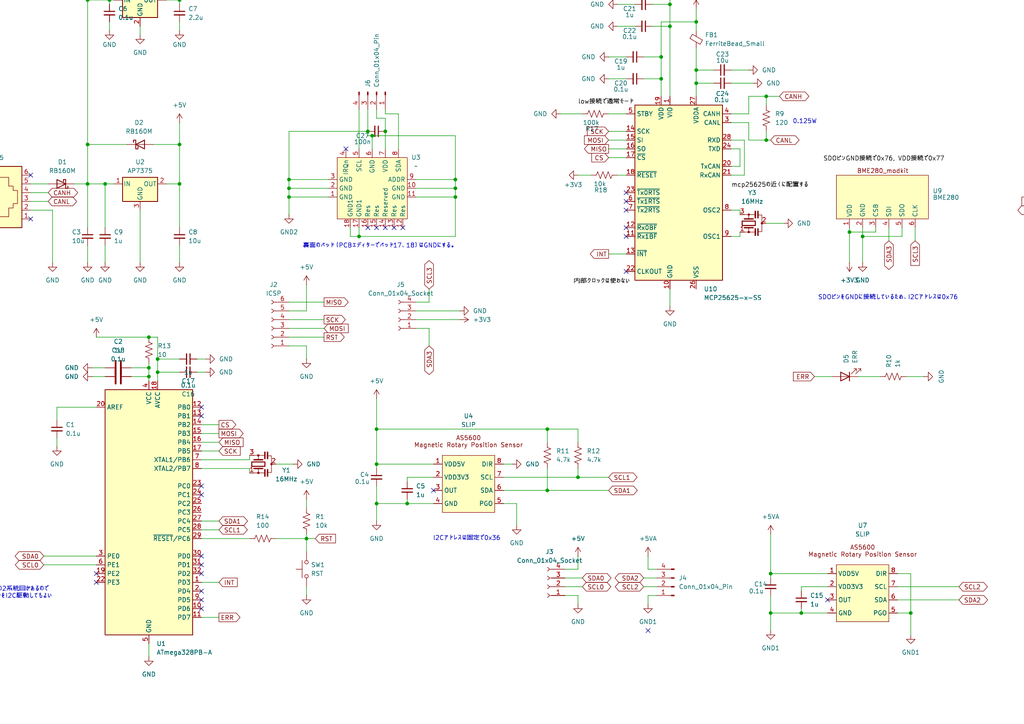
<source format=kicad_sch>
(kicad_sch (version 20250114) (generator "eeschema") (generator_version "9.0")
  (paper "A4")
  (lib_symbols
    (symbol "Connector:Conn_01x04_Pin" (pin_names (offset 1.016) (hide yes))
      (property "Reference" "J" (at 0 5.08 0))
      (property "Value" "Conn_01x04_Pin" (at 0 -7.62 0))
      (symbol "Conn_01x04_Pin_1_1"
        (pin passive line (at 5.08 2.54 180) (length 3.81) (name "Pin_1") (number "1"))
        (pin passive line (at 5.08 0 180) (length 3.81) (name "Pin_2") (number "2"))
        (pin passive line (at 5.08 -2.54 180) (length 3.81) (name "Pin_3") (number "3"))
        (pin passive line (at 5.08 -5.08 180) (length 3.81) (name "Pin_4") (number "4"))
      )
    )
    (symbol "Connector:Conn_01x04_Socket" (pin_names (offset 1.016) (hide yes))
      (property "Reference" "J" (at 0 5.08 0))
      (property "Value" "Conn_01x04_Socket" (at 0 -7.62 0))
      (symbol "Conn_01x04_Socket_1_1"
        (pin passive line (at -5.08 2.54 0) (length 3.81) (name "Pin_1") (number "1"))
        (pin passive line (at -5.08 0 0) (length 3.81) (name "Pin_2") (number "2"))
        (pin passive line (at -5.08 -2.54 0) (length 3.81) (name "Pin_3") (number "3"))
        (pin passive line (at -5.08 -5.08 0) (length 3.81) (name "Pin_4") (number "4"))
      )
    )
    (symbol "Connector:Conn_01x06_Socket" (pin_names (offset 1.016) (hide yes))
      (property "Reference" "J" (at 0 7.62 0))
      (property "Value" "Conn_01x06_Socket" (at 0 -10.16 0))
      (symbol "Conn_01x06_Socket_1_1"
        (pin passive line (at -5.08 5.08 0) (length 3.81) (name "Pin_1") (number "1"))
        (pin passive line (at -5.08 2.54 0) (length 3.81) (name "Pin_2") (number "2"))
        (pin passive line (at -5.08 0 0) (length 3.81) (name "Pin_3") (number "3"))
        (pin passive line (at -5.08 -2.54 0) (length 3.81) (name "Pin_4") (number "4"))
        (pin passive line (at -5.08 -5.08 0) (length 3.81) (name "Pin_5") (number "5"))
        (pin passive line (at -5.08 -7.62 0) (length 3.81) (name "Pin_6") (number "6"))
      )
    )
    (symbol "Connector:RJ25" (pin_names (offset 1.016))
      (property "Reference" "J" (at -5.08 11.43 0))
      (property "Value" "RJ25" (at 2.54 11.43 0))
      (symbol "RJ25_1_1"
        (pin passive line (at 10.16 7.62 180) (length 2.54) (name "~") (number "6"))
        (pin passive line (at 10.16 5.08 180) (length 2.54) (name "~") (number "5"))
        (pin passive line (at 10.16 2.54 180) (length 2.54) (name "~") (number "4"))
        (pin passive line (at 10.16 0 180) (length 2.54) (name "~") (number "3"))
        (pin passive line (at 10.16 -2.54 180) (length 2.54) (name "~") (number "2"))
        (pin passive line (at 10.16 -5.08 180) (length 2.54) (name "~") (number "1"))
      )
    )
    (symbol "Device:C" (pin_numbers (hide yes)) (pin_names (offset 0.254))
      (property "Reference" "C" (at 0.635 2.54 0))
      (property "Value" "C" (at 0.635 -2.54 0))
      (symbol "C_1_1"
        (pin passive line (at 0 3.81 270) (length 2.794) (name "~") (number "1"))
        (pin passive line (at 0 -3.81 90) (length 2.794) (name "~") (number "2"))
      )
    )
    (symbol "Device:C_Small" (pin_numbers (hide yes)) (pin_names (offset 0.254) (hide yes))
      (property "Reference" "C" (at 0.254 1.778 0))
      (property "Value" "C_Small" (at 0.254 -2.032 0))
      (symbol "C_Small_1_1"
        (pin passive line (at 0 2.54 270) (length 2.032) (name "~") (number "1"))
        (pin passive line (at 0 -2.54 90) (length 2.032) (name "~") (number "2"))
      )
    )
    (symbol "Device:D_Schottky" (pin_numbers (hide yes)) (pin_names (offset 1.016) (hide yes))
      (property "Reference" "D" (at 0 2.54 0))
      (property "Value" "D_Schottky" (at 0 -2.54 0))
      (symbol "D_Schottky_1_1"
        (pin passive line (at -3.81 0 0) (length 2.54) (name "K") (number "1"))
        (pin passive line (at 3.81 0 180) (length 2.54) (name "A") (number "2"))
      )
    )
    (symbol "Device:FerriteBead_Small" (pin_numbers (hide yes)) (pin_names (offset 0))
      (property "Reference" "FB" (at 1.905 1.27 0))
      (property "Value" "FerriteBead_Small" (at 1.905 -1.27 0))
      (symbol "FerriteBead_Small_1_1"
        (pin passive line (at 0 2.54 270) (length 1.27) (name "~") (number "1"))
        (pin passive line (at 0 -2.54 90) (length 1.27) (name "~") (number "2"))
      )
    )
    (symbol "Device:LED" (pin_numbers (hide yes)) (pin_names (offset 1.016) (hide yes))
      (property "Reference" "D" (at 0 2.54 0))
      (property "Value" "LED" (at 0 -2.54 0))
      (symbol "LED_1_1"
        (pin passive line (at -3.81 0 0) (length 2.54) (name "K") (number "1"))
        (pin passive line (at 3.81 0 180) (length 2.54) (name "A") (number "2"))
      )
    )
    (symbol "Device:R_US" (pin_numbers (hide yes)) (pin_names (offset 0))
      (property "Reference" "R" (at 2.54 0 90))
      (property "Value" "R_US" (at -2.54 0 90))
      (symbol "R_US_1_1"
        (pin passive line (at 0 3.81 270) (length 1.27) (name "~") (number "1"))
        (pin passive line (at 0 -3.81 90) (length 1.27) (name "~") (number "2"))
      )
    )
    (symbol "Device:Resonator_Small" (pin_names (offset 1.016) (hide yes))
      (property "Reference" "Y" (at 3.175 1.905 0))
      (property "Value" "Resonator_Small" (at 3.175 0 0))
      (symbol "Resonator_Small_1_1"
        (pin passive line (at -2.54 2.54 270) (length 1.27) (name "1") (number "1"))
        (pin passive line (at 0 -5.08 90) (length 1.27) (name "2") (number "2"))
        (pin passive line (at 2.54 2.54 270) (length 1.27) (name "3") (number "3"))
      )
    )
    (symbol "Interface_CAN_LIN:MCP25625-x-SS"
      (property "Reference" "U" (at -11.43 26.67 0))
      (property "Value" "MCP25625-x-SS" (at 15.24 26.67 0))
      (symbol "MCP25625-x-SS_1_1"
        (pin input line (at -15.24 22.86 0) (length 2.54) (name "STBY") (number "5"))
        (pin input line (at -15.24 17.78 0) (length 2.54) (name "SCK") (number "14"))
        (pin input line (at -15.24 15.24 0) (length 2.54) (name "SI") (number "15"))
        (pin output line (at -15.24 12.7 0) (length 2.54) (name "SO") (number "16"))
        (pin input line (at -15.24 10.16 0) (length 2.54) (name "~{CS}") (number "17"))
        (pin input line (at -15.24 5.08 0) (length 2.54) (name "~{RESET}") (number "18"))
        (pin input line (at -15.24 0 0) (length 2.54) (name "~{Tx0RTS}") (number "23"))
        (pin input line (at -15.24 -2.54 0) (length 2.54) (name "~{Tx1RTS}") (number "6"))
        (pin input line (at -15.24 -5.08 0) (length 2.54) (name "~{Tx2RTS}") (number "7"))
        (pin output line (at -15.24 -10.16 0) (length 2.54) (name "~{Rx0BF}") (number "12"))
        (pin output line (at -15.24 -12.7 0) (length 2.54) (name "~{Rx1BF}") (number "11"))
        (pin output line (at -15.24 -17.78 0) (length 2.54) (name "~{INT}") (number "13"))
        (pin output line (at -15.24 -22.86 0) (length 2.54) (name "CLKOUT") (number "22"))
        (pin power_in line (at -5.08 27.94 270) (length 2.54) (name "VDD") (number "19"))
        (pin power_in line (at -2.54 27.94 270) (length 2.54) (name "VIO") (number "1"))
        (pin power_in line (at -2.54 -27.94 90) (length 2.54) (name "GND") (number "10"))
        (pin power_in line (at 5.08 27.94 270) (length 2.54) (name "VDDA") (number "27"))
        (pin power_in line (at 5.08 -27.94 90) (length 2.54) (name "VSS") (number "26"))
        (pin no_connect line (at 12.7 -15.24 180) (length 2.54) (hide yes) (name "NC") (number "2"))
        (pin no_connect line (at 12.7 -17.78 180) (length 2.54) (hide yes) (name "NC") (number "25"))
        (pin bidirectional line (at 15.24 22.86 180) (length 2.54) (name "CANH") (number "4"))
        (pin bidirectional line (at 15.24 20.32 180) (length 2.54) (name "CANL") (number "3"))
        (pin output line (at 15.24 15.24 180) (length 2.54) (name "RXD") (number "28"))
        (pin input line (at 15.24 12.7 180) (length 2.54) (name "TXD") (number "24"))
        (pin output line (at 15.24 7.62 180) (length 2.54) (name "TxCAN") (number "20"))
        (pin input line (at 15.24 5.08 180) (length 2.54) (name "RxCAN") (number "21"))
        (pin output line (at 15.24 -5.08 180) (length 2.54) (name "OSC2") (number "8"))
        (pin input line (at 15.24 -12.7 180) (length 2.54) (name "OSC1") (number "9"))
      )
    )
    (symbol "KUBTSS:FXMA2102"
      (property "Reference" "U11" (at 2.1941 -22.86 0))
      (property "Value" "~" (at 2.1941 -24.13 0))
      (symbol "FXMA2102_1_1"
        (pin input line (at -7.62 -10.16 0) (length 2.54) (name "A0") (number "2"))
        (pin input line (at -7.62 -12.7 0) (length 2.54) (name "A1") (number "3"))
        (pin input line (at -7.62 -17.78 0) (length 2.54) (name "OE") (number "５"))
        (pin input line (at -2.54 0 270) (length 2.54) (name "VCCA") (number "1"))
        (pin input line (at 0 -22.86 90) (length 2.54) (name "GND") (number "4"))
        (pin input line (at 2.54 0 270) (length 2.54) (name "VCCB") (number "8"))
        (pin input line (at 7.62 -10.16 180) (length 2.54) (name "B0") (number "6"))
        (pin input line (at 7.62 -12.7 180) (length 2.54) (name "B1") (number "7"))
      )
    )
    (symbol "KUBTSS:SDP32"
      (property "Reference" "U" (at 0 14.986 0))
      (symbol "SDP32_1_1"
        (pin input line (at -12.7 1.27 0) (length 2.54) (name "GND") (number "3"))
        (pin input line (at -12.7 -1.27 0) (length 2.54) (name "GND") (number "2"))
        (pin input line (at -12.7 -3.81 0) (length 2.54) (name "GND") (number "1"))
        (pin input line (at -7.62 10.16 270) (length 2.54) (name "IRQn") (number "4"))
        (pin input line (at -6.35 -12.7 90) (length 2.54) (name "GND1") (number "18"))
        (pin input line (at -3.81 10.16 270) (length 2.54) (name "SCL") (number "5"))
        (pin input line (at -3.81 -12.7 90) (length 2.54) (name "GND1") (number "17"))
        (pin input line (at -1.27 -12.7 90) (length 2.54) (name "Res") (number "16"))
        (pin input line (at 0 10.16 270) (length 2.54) (name "GND") (number "6"))
        (pin input line (at 1.27 -12.7 90) (length 2.54) (name "Res") (number "15"))
        (pin input line (at 3.81 10.16 270) (length 2.54) (name "VDD") (number "7"))
        (pin input line (at 3.81 -12.7 90) (length 2.54) (name "Reserved") (number "14"))
        (pin input line (at 6.35 -12.7 90) (length 2.54) (name "Res") (number "13"))
        (pin input line (at 7.62 10.16 270) (length 2.54) (name "SDA") (number "8"))
        (pin input line (at 8.89 -12.7 90) (length 2.54) (name "Res") (number "12"))
        (pin input line (at 12.7 1.27 180) (length 2.54) (name "ADDR") (number "9"))
        (pin input line (at 12.7 -1.27 180) (length 2.54) (name "GND") (number "10"))
        (pin input line (at 12.7 -3.81 180) (length 2.54) (name "GND") (number "11"))
      )
    )
    (symbol "KUBTSS_parts:AS5600"
      (property "Reference" "U" (at 0 13.716 0))
      (symbol "AS5600_1_1"
        (text "AS5600\nMagnetic Rotary Position Sensor" (at 0 10.414 0) (effects (font (size 1.27 1.27))))
        (pin input line (at -10.16 3.81 0) (length 2.54) (name "VDD5V") (number "1"))
        (pin input line (at -10.16 0 0) (length 2.54) (name "VDD3V3") (number "2"))
        (pin input line (at -10.16 -3.81 0) (length 2.54) (name "OUT") (number "3"))
        (pin input line (at -10.16 -7.62 0) (length 2.54) (name "GND") (number "4"))
        (pin input line (at 10.16 3.81 180) (length 2.54) (name "DIR") (number "8"))
        (pin input line (at 10.16 0 180) (length 2.54) (name "SCL") (number "7"))
        (pin input line (at 10.16 -3.81 180) (length 2.54) (name "SDA") (number "6"))
        (pin input line (at 10.16 -7.62 180) (length 2.54) (name "PGO") (number "5"))
      )
    )
    (symbol "KUBTSS_parts:Temp_AE-BME280"
      (property "Reference" "U" (at 0 12.192 0))
      (symbol "Temp_AE-BME280_1_1"
        (text "BME280_modkit" (at -0.508 10.16 0) (effects (font (size 1.27 1.27))))
        (pin input line (at -10.16 -6.35 90) (length 2.54) (name "VDD") (number "1"))
        (pin input line (at -6.35 -6.35 90) (length 2.54) (name "GND") (number "2"))
        (pin input line (at -2.54 -6.35 90) (length 2.54) (name "CSB") (number "3"))
        (pin input line (at 1.27 -6.35 90) (length 2.54) (name "SDI") (number "4"))
        (pin input line (at 5.08 -6.35 90) (length 2.54) (name "SDO") (number "5"))
        (pin input line (at 8.89 -6.35 90) (length 2.54) (name "CLK") (number "6"))
      )
    )
    (symbol "MCU_Microchip_ATmega:ATmega328PB-A"
      (property "Reference" "U" (at -12.7 36.83 0))
      (property "Value" "ATmega328PB-A" (at 2.54 -36.83 0))
      (symbol "ATmega328PB-A_1_1"
        (pin passive line (at -15.24 30.48 0) (length 2.54) (name "AREF") (number "20"))
        (pin bidirectional line (at -15.24 -12.7 0) (length 2.54) (name "PE0") (number "3"))
        (pin bidirectional line (at -15.24 -15.24 0) (length 2.54) (name "PE1") (number "6"))
        (pin bidirectional line (at -15.24 -17.78 0) (length 2.54) (name "PE2") (number "19"))
        (pin bidirectional line (at -15.24 -20.32 0) (length 2.54) (name "PE3") (number "22"))
        (pin power_in line (at 0 38.1 270) (length 2.54) (name "VCC") (number "4"))
        (pin passive line (at 0 -38.1 90) (length 2.54) (hide yes) (name "GND") (number "21"))
        (pin power_in line (at 0 -38.1 90) (length 2.54) (name "GND") (number "5"))
        (pin power_in line (at 2.54 38.1 270) (length 2.54) (name "AVCC") (number "18"))
        (pin bidirectional line (at 15.24 30.48 180) (length 2.54) (name "PB0") (number "12"))
        (pin bidirectional line (at 15.24 27.94 180) (length 2.54) (name "PB1") (number "13"))
        (pin bidirectional line (at 15.24 25.4 180) (length 2.54) (name "PB2") (number "14"))
        (pin bidirectional line (at 15.24 22.86 180) (length 2.54) (name "PB3") (number "15"))
        (pin bidirectional line (at 15.24 20.32 180) (length 2.54) (name "PB4") (number "16"))
        (pin bidirectional line (at 15.24 17.78 180) (length 2.54) (name "PB5") (number "17"))
        (pin bidirectional line (at 15.24 15.24 180) (length 2.54) (name "XTAL1/PB6") (number "7"))
        (pin bidirectional line (at 15.24 12.7 180) (length 2.54) (name "XTAL2/PB7") (number "8"))
        (pin bidirectional line (at 15.24 7.62 180) (length 2.54) (name "PC0") (number "23"))
        (pin bidirectional line (at 15.24 5.08 180) (length 2.54) (name "PC1") (number "24"))
        (pin bidirectional line (at 15.24 2.54 180) (length 2.54) (name "PC2") (number "25"))
        (pin bidirectional line (at 15.24 0 180) (length 2.54) (name "PC3") (number "26"))
        (pin bidirectional line (at 15.24 -2.54 180) (length 2.54) (name "PC4") (number "27"))
        (pin bidirectional line (at 15.24 -5.08 180) (length 2.54) (name "PC5") (number "28"))
        (pin bidirectional line (at 15.24 -7.62 180) (length 2.54) (name "~{RESET}/PC6") (number "29"))
        (pin bidirectional line (at 15.24 -12.7 180) (length 2.54) (name "PD0") (number "30"))
        (pin bidirectional line (at 15.24 -15.24 180) (length 2.54) (name "PD1") (number "31"))
        (pin bidirectional line (at 15.24 -17.78 180) (length 2.54) (name "PD2") (number "32"))
        (pin bidirectional line (at 15.24 -20.32 180) (length 2.54) (name "PD3") (number "1"))
        (pin bidirectional line (at 15.24 -22.86 180) (length 2.54) (name "PD4") (number "2"))
        (pin bidirectional line (at 15.24 -25.4 180) (length 2.54) (name "PD5") (number "9"))
        (pin bidirectional line (at 15.24 -27.94 180) (length 2.54) (name "PD6") (number "10"))
        (pin bidirectional line (at 15.24 -30.48 180) (length 2.54) (name "PD7") (number "11"))
      )
    )
    (symbol "R-78E5.0-0.5_1" (pin_names (offset 0.254))
      (property "Reference" "U2" (at 0 6.35 0))
      (property "Value" "AP7375" (at 0 3.81 0))
      (symbol "R-78E5.0-0.5_1_1_1"
        (pin power_in line (at -7.62 0 0) (length 2.54) (name "IN") (number "1"))
        (pin power_in line (at 0 -7.62 90) (length 2.54) (name "GND") (number "3"))
        (pin power_out line (at 7.62 0 180) (length 2.54) (name "OUT") (number "2"))
      )
    )
    (symbol "Regulator_Switching:R-78E5.0-0.5" (pin_names (offset 0.254))
      (property "Reference" "U8" (at 0 6.35 0))
      (property "Value" "NJW4181U3-33B" (at 0 3.81 0))
      (symbol "R-78E5.0-0.5_1_1"
        (pin power_in line (at -7.62 0 0) (length 2.54) (name "IN") (number "3"))
        (pin power_in line (at 0 -7.62 90) (length 2.54) (name "GND") (number "2"))
        (pin power_out line (at 7.62 0 180) (length 2.54) (name "OUT") (number "1"))
      )
    )
    (symbol "Switch:SW_Push" (pin_numbers (hide yes)) (pin_names (offset 1.016) (hide yes))
      (property "Reference" "SW" (at 1.27 2.54 0))
      (property "Value" "SW_Push" (at 0 -1.524 0))
      (symbol "SW_Push_0_1"
        (pin passive line (at -5.08 0 0) (length 2.54) (name "1") (number "1"))
        (pin passive line (at 5.08 0 180) (length 2.54) (name "2") (number "2"))
      )
    )
    (symbol "power:+3V3" (power) (pin_numbers (hide yes)) (pin_names (offset 0) (hide yes))
      (property "Value" "+3V3" (at 0 3.556 0))
      (symbol "+3V3_1_1"
        (pin power_in line (at 0 0 90) (length 0) (name "~") (number "1"))
      )
    )
    (symbol "power:+5V" (power) (pin_numbers (hide yes)) (pin_names (offset 0) (hide yes))
      (property "Value" "+5V" (at 0 3.556 0))
      (symbol "+5V_1_1"
        (pin power_in line (at 0 0 90) (length 0) (name "~") (number "1"))
      )
    )
    (symbol "power:+5VA" (power) (pin_numbers (hide yes)) (pin_names (offset 0) (hide yes))
      (property "Value" "+5VA" (at 0 3.556 0))
      (symbol "+5VA_1_1"
        (pin power_in line (at 0 0 90) (length 0) (name "~") (number "1"))
      )
    )
    (symbol "power:GND" (power) (pin_numbers (hide yes)) (pin_names (offset 0) (hide yes))
      (property "Value" "GND" (at 0 -3.81 0))
      (symbol "GND_1_1"
        (pin power_in line (at 0 0 270) (length 0) (name "~") (number "1"))
      )
    )
    (symbol "power:GND1" (power) (pin_numbers (hide yes)) (pin_names (offset 0) (hide yes))
      (property "Value" "GND1" (at 0 -3.81 0))
      (symbol "GND1_1_1"
        (pin power_in line (at 0 0 270) (length 0) (name "~") (number "1"))
      )
    )
  )
  (text "I2Cアドレスは固定で0x36" (at 135.382 156.21 0) (effects (font (size 1.27 1.27))))
  (text "裏面のパッド（PCBエディターでパッド17、18）はGNDにする。" (at 109.982 71.374 0) (effects (font (size 1.27 1.27))))
  (text "こっちにTWIの2系統目があるので\nAS5600二つをI2C駆動してもよい" (at 2.54 171.958 0) (effects (font (size 1.27 1.27))))
  (text "0.125W\n" (at 233.426 35.306 0) (effects (font (size 1.27 1.27))))
  (text "R5をはがす\n" (at 318.008 72.136 0) (effects (font (size 1.27 1.27))))
  (text "SDOピンをGNDに接続しているため、I2Cアドレスは0x76" (at 257.556 86.36 0) (effects (font (size 1.27 1.27))))
  (junction (at 307.34 60.96))
  (junction (at 43.18 106.68))
  (junction (at 25.4 41.91))
  (junction (at 250.19 68.58))
  (junction (at 109.22 146.05))
  (junction (at 158.75 124.46))
  (junction (at 132.08 54.61))
  (junction (at 83.82 57.15))
  (junction (at 194.31 1.27))
  (junction (at 222.25 27.94))
  (junction (at 52.07 53.34))
  (junction (at 132.08 52.07))
  (junction (at 232.41 177.8))
  (junction (at 336.55 58.42))
  (junction (at 222.25 40.64))
  (junction (at 194.31 7.62))
  (junction (at 111.76 38.1))
  (junction (at 223.52 177.8))
  (junction (at 191.77 16.51))
  (junction (at 31.75 0))
  (junction (at 45.72 104.14))
  (junction (at 109.22 124.46))
  (junction (at 311.15 40.64))
  (junction (at 88.9 156.21))
  (junction (at 43.18 97.79))
  (junction (at 341.63 40.64))
  (junction (at 132.08 57.15))
  (junction (at 341.63 60.96))
  (junction (at 30.48 53.34))
  (junction (at 264.16 177.8))
  (junction (at 45.72 107.95))
  (junction (at 83.82 54.61))
  (junction (at 311.15 58.42))
  (junction (at 223.52 166.37))
  (junction (at 167.64 138.43))
  (junction (at 118.11 146.05))
  (junction (at 107.95 39.37))
  (junction (at 109.22 134.62))
  (junction (at 52.07 0))
  (junction (at 201.93 24.13))
  (junction (at 336.55 40.64))
  (junction (at 191.77 22.86))
  (junction (at 106.68 38.1))
  (junction (at 43.18 109.22))
  (junction (at 246.38 67.31))
  (junction (at 158.75 142.24))
  (junction (at 201.93 6.35))
  (junction (at 25.4 0))
  (junction (at 104.14 68.58))
  (junction (at 307.34 40.64))
  (junction (at 52.07 41.91))
  (junction (at 25.4 53.34))
  (junction (at 52.07 -11.43))
  (junction (at 83.82 52.07))
  (junction (at 201.93 20.32))
  (junction (at 314.96 40.64))
  (no_connect (at 187.96 182.88))
  (no_connect (at 58.42 120.65))
  (no_connect (at 100.33 43.18))
  (no_connect (at 181.61 78.74))
  (no_connect (at 114.3 66.04))
  (no_connect (at 58.42 173.99))
  (no_connect (at 181.61 60.96))
  (no_connect (at 8.89 50.8))
  (no_connect (at 58.42 118.11))
  (no_connect (at 58.42 161.29))
  (no_connect (at 27.94 166.37))
  (no_connect (at 181.61 66.04))
  (no_connect (at 58.42 140.97))
  (no_connect (at 58.42 166.37))
  (no_connect (at 8.89 63.5))
  (no_connect (at 27.94 168.91))
  (no_connect (at 240.03 173.99))
  (no_connect (at 125.73 142.24))
  (no_connect (at 58.42 176.53))
  (no_connect (at 58.42 163.83))
  (no_connect (at 58.42 143.51))
  (no_connect (at 181.61 68.58))
  (no_connect (at 116.84 66.04))
  (no_connect (at 181.61 55.88))
  (no_connect (at 109.22 66.04))
  (no_connect (at 58.42 171.45))
  (no_connect (at 181.61 58.42))
  (no_connect (at 106.68 66.04))
  (no_connect (at 111.76 66.04))
  (wire (pts (xy 232.41 177.8) (xy 240.03 177.8)))
  (wire (pts (xy 158.75 128.27) (xy 158.75 124.46)))
  (wire (pts (xy 240.03 170.18) (xy 232.41 170.18)))
  (wire (pts (xy 214.63 68.58) (xy 212.09 68.58)))
  (wire (pts (xy 132.08 54.61) (xy 120.65 54.61)))
  (wire (pts (xy 232.41 176.53) (xy 232.41 177.8)))
  (wire (pts (xy 83.82 87.63) (xy 93.98 87.63)))
  (wire (pts (xy 214.63 60.96) (xy 214.63 62.23)))
  (wire (pts (xy 187.96 172.72) (xy 187.96 175.26)))
  (wire (pts (xy 58.42 179.07) (xy 63.5 179.07)))
  (wire (pts (xy 217.17 33.02) (xy 212.09 33.02)))
  (wire (pts (xy 201.93 20.32) (xy 201.93 24.13)))
  (wire (pts (xy 43.18 186.69) (xy 43.18 190.5)))
  (wire (pts (xy 106.68 38.1) (xy 106.68 39.37)))
  (wire (pts (xy 261.62 68.58) (xy 250.19 68.58)))
  (wire (pts (xy 104.14 66.04) (xy 104.14 68.58)))
  (wire (pts (xy 167.64 50.8) (xy 171.45 50.8)))
  (wire (pts (xy 30.48 53.34) (xy 33.02 53.34)))
  (wire (pts (xy 194.31 83.82) (xy 194.31 88.9)))
  (wire (pts (xy 214.63 67.31) (xy 214.63 68.58)))
  (wire (pts (xy 146.05 142.24) (xy 158.75 142.24)))
  (wire (pts (xy 189.23 7.62) (xy 194.31 7.62)))
  (wire (pts (xy 59.69 104.14) (xy 57.15 104.14)))
  (wire (pts (xy 38.1 106.68) (xy 43.18 106.68)))
  (wire (pts (xy 83.82 52.07) (xy 95.25 52.07)))
  (wire (pts (xy 25.4 0) (xy 31.75 0)))
  (wire (pts (xy 223.52 172.72) (xy 223.52 177.8)))
  (wire (pts (xy 101.6 68.58) (xy 101.6 66.04)))
  (wire (pts (xy 132.08 57.15) (xy 120.65 57.15)))
  (wire (pts (xy 341.63 60.96) (xy 345.44 60.96)))
  (wire (pts (xy 179.07 1.27) (xy 184.15 1.27)))
  (wire (pts (xy 215.9 40.64) (xy 215.9 50.8)))
  (wire (pts (xy 8.89 53.34) (xy 13.97 53.34)))
  (wire (pts (xy 40.64 60.96) (xy 40.64 76.2)))
  (wire (pts (xy 83.82 57.15) (xy 83.82 62.23)))
  (wire (pts (xy 111.76 38.1) (xy 111.76 43.18)))
  (wire (pts (xy 30.48 53.34) (xy 30.48 66.04)))
  (wire (pts (xy 146.05 134.62) (xy 148.59 134.62)))
  (wire (pts (xy 88.9 156.21) (xy 88.9 160.02)))
  (wire (pts (xy 212.09 40.64) (xy 215.9 40.64)))
  (wire (pts (xy 317.5 66.04) (xy 314.96 66.04)))
  (wire (pts (xy 158.75 135.89) (xy 158.75 142.24)))
  (wire (pts (xy 80.01 156.21) (xy 88.9 156.21)))
  (wire (pts (xy 223.52 166.37) (xy 240.03 166.37)))
  (wire (pts (xy 83.82 92.71) (xy 93.98 92.71)))
  (wire (pts (xy 246.38 66.04) (xy 246.38 67.31)))
  (wire (pts (xy 132.08 52.07) (xy 132.08 54.61)))
  (wire (pts (xy 222.25 27.94) (xy 222.25 30.48)))
  (wire (pts (xy 214.63 43.18) (xy 214.63 48.26)))
  (wire (pts (xy 30.48 71.12) (xy 30.48 76.2)))
  (wire (pts (xy 167.64 165.1) (xy 163.83 165.1)))
  (wire (pts (xy 186.69 170.18) (xy 190.5 170.18)))
  (wire (pts (xy 146.05 138.43) (xy 167.64 138.43)))
  (wire (pts (xy 83.82 57.15) (xy 95.25 57.15)))
  (wire (pts (xy 109.22 134.62) (xy 109.22 135.89)))
  (wire (pts (xy 260.35 173.99) (xy 278.13 173.99)))
  (wire (pts (xy 132.08 57.15) (xy 132.08 68.58)))
  (wire (pts (xy 146.05 146.05) (xy 149.86 146.05)))
  (wire (pts (xy 8.89 60.96) (xy 15.24 60.96)))
  (wire (pts (xy 31.75 6.35) (xy 31.75 8.89)))
  (wire (pts (xy 52.07 35.56) (xy 52.07 41.91)))
  (wire (pts (xy 111.76 34.29) (xy 111.76 38.1)))
  (wire (pts (xy 118.11 138.43) (xy 118.11 139.7)))
  (wire (pts (xy 176.53 40.64) (xy 181.61 40.64)))
  (wire (pts (xy 25.4 53.34) (xy 30.48 53.34)))
  (wire (pts (xy 124.46 83.82) (xy 124.46 87.63)))
  (wire (pts (xy 124.46 100.33) (xy 124.46 95.25)))
  (wire (pts (xy 25.4 0) (xy 25.4 41.91)))
  (wire (pts (xy 58.42 156.21) (xy 72.39 156.21)))
  (wire (pts (xy 25.4 71.12) (xy 25.4 76.2)))
  (wire (pts (xy 212.09 24.13) (xy 218.44 24.13)))
  (wire (pts (xy 341.63 40.64) (xy 341.63 48.26)))
  (wire (pts (xy 191.77 6.35) (xy 201.93 6.35)))
  (wire (pts (xy 167.64 138.43) (xy 176.53 138.43)))
  (wire (pts (xy 80.01 134.62) (xy 85.09 134.62)))
  (wire (pts (xy 322.58 40.64) (xy 322.58 48.26)))
  (wire (pts (xy 58.42 128.27) (xy 63.5 128.27)))
  (wire (pts (xy 109.22 146.05) (xy 118.11 146.05)))
  (wire (pts (xy 52.07 0) (xy 48.26 0)))
  (wire (pts (xy 179.07 50.8) (xy 181.61 50.8)))
  (wire (pts (xy 158.75 142.24) (xy 176.53 142.24)))
  (wire (pts (xy 109.22 134.62) (xy 125.73 134.62)))
  (wire (pts (xy 83.82 54.61) (xy 95.25 54.61)))
  (wire (pts (xy 27.94 97.79) (xy 43.18 97.79)))
  (wire (pts (xy 250.19 68.58) (xy 250.19 76.2)))
  (wire (pts (xy 223.52 177.8) (xy 223.52 182.88)))
  (wire (pts (xy 189.23 1.27) (xy 194.31 1.27)))
  (wire (pts (xy 176.53 33.02) (xy 181.61 33.02)))
  (wire (pts (xy 124.46 95.25) (xy 120.65 95.25)))
  (wire (pts (xy 132.08 54.61) (xy 132.08 57.15)))
  (wire (pts (xy 109.22 115.57) (xy 109.22 124.46)))
  (wire (pts (xy 43.18 109.22) (xy 43.18 110.49)))
  (wire (pts (xy 58.42 153.67) (xy 63.5 153.67)))
  (wire (pts (xy 190.5 165.1) (xy 187.96 165.1)))
  (wire (pts (xy 317.5 60.96) (xy 307.34 60.96)))
  (wire (pts (xy 8.89 58.42) (xy 13.97 58.42)))
  (wire (pts (xy 250.19 66.04) (xy 250.19 68.58)))
  (wire (pts (xy 83.82 100.33) (xy 88.9 100.33)))
  (wire (pts (xy 43.18 106.68) (xy 43.18 109.22)))
  (wire (pts (xy 194.31 -2.54) (xy 194.31 1.27)))
  (wire (pts (xy 45.72 104.14) (xy 52.07 104.14)))
  (wire (pts (xy 106.68 39.37) (xy 107.95 39.37)))
  (wire (pts (xy 167.64 124.46) (xy 158.75 124.46)))
  (wire (pts (xy 176.53 43.18) (xy 181.61 43.18)))
  (wire (pts (xy 31.75 0) (xy 33.02 0)))
  (wire (pts (xy 25.4 41.91) (xy 25.4 53.34)))
  (wire (pts (xy 115.57 33.02) (xy 115.57 43.18)))
  (wire (pts (xy 217.17 40.64) (xy 217.17 35.56)))
  (wire (pts (xy 215.9 50.8) (xy 212.09 50.8)))
  (wire (pts (xy 111.76 31.75) (xy 111.76 33.02)))
  (wire (pts (xy 223.52 166.37) (xy 223.52 167.64)))
  (wire (pts (xy 45.72 104.14) (xy 45.72 107.95)))
  (wire (pts (xy 186.69 22.86) (xy 191.77 22.86)))
  (wire (pts (xy 307.34 40.64) (xy 307.34 38.1)))
  (wire (pts (xy 38.1 109.22) (xy 43.18 109.22)))
  (wire (pts (xy 341.63 55.88) (xy 341.63 60.96)))
  (wire (pts (xy 43.18 97.79) (xy 45.72 97.79)))
  (wire (pts (xy 8.89 55.88) (xy 13.97 55.88)))
  (wire (pts (xy 111.76 33.02) (xy 115.57 33.02)))
  (wire (pts (xy 83.82 54.61) (xy 83.82 57.15)))
  (wire (pts (xy 31.75 0) (xy 31.75 1.27)))
  (wire (pts (xy 109.22 34.29) (xy 111.76 34.29)))
  (wire (pts (xy 307.34 60.96) (xy 303.53 60.96)))
  (wire (pts (xy 260.35 170.18) (xy 278.13 170.18)))
  (wire (pts (xy 214.63 48.26) (xy 212.09 48.26)))
  (wire (pts (xy 212.09 60.96) (xy 214.63 60.96)))
  (wire (pts (xy 167.64 161.29) (xy 167.64 165.1)))
  (wire (pts (xy 332.74 58.42) (xy 336.55 58.42)))
  (wire (pts (xy 176.53 22.86) (xy 181.61 22.86)))
  (wire (pts (xy 325.12 71.12) (xy 325.12 78.74)))
  (wire (pts (xy 120.65 52.07) (xy 132.08 52.07)))
  (wire (pts (xy 120.65 92.71) (xy 133.35 92.71)))
  (wire (pts (xy 254 66.04) (xy 254 67.31)))
  (wire (pts (xy 176.53 45.72) (xy 181.61 45.72)))
  (wire (pts (xy 58.42 135.89) (xy 72.39 135.89)))
  (wire (pts (xy 83.82 95.25) (xy 93.98 95.25)))
  (wire (pts (xy 167.64 135.89) (xy 167.64 138.43)))
  (wire (pts (xy 104.14 68.58) (xy 101.6 68.58)))
  (wire (pts (xy 186.69 16.51) (xy 191.77 16.51)))
  (wire (pts (xy 83.82 52.07) (xy 83.82 54.61)))
  (wire (pts (xy 187.96 165.1) (xy 187.96 161.29)))
  (wire (pts (xy 260.35 166.37) (xy 264.16 166.37)))
  (wire (pts (xy 118.11 146.05) (xy 125.73 146.05)))
  (wire (pts (xy 222.25 40.64) (xy 217.17 40.64)))
  (wire (pts (xy 40.64 7.62) (xy 40.64 10.16)))
  (wire (pts (xy 52.07 -17.78) (xy 52.07 -11.43)))
  (wire (pts (xy 194.31 1.27) (xy 194.31 7.62)))
  (wire (pts (xy 88.9 154.94) (xy 88.9 156.21)))
  (wire (pts (xy 88.9 144.78) (xy 88.9 147.32)))
  (wire (pts (xy 43.18 105.41) (xy 43.18 106.68)))
  (wire (pts (xy 303.53 58.42) (xy 311.15 58.42)))
  (wire (pts (xy 314.96 40.64) (xy 322.58 40.64)))
  (wire (pts (xy 26.67 109.22) (xy 30.48 109.22)))
  (wire (pts (xy 25.4 41.91) (xy 36.83 41.91)))
  (wire (pts (xy 327.66 40.64) (xy 327.66 48.26)))
  (wire (pts (xy 307.34 55.88) (xy 307.34 60.96)))
  (wire (pts (xy 58.42 133.35) (xy 72.39 133.35)))
  (wire (pts (xy 223.52 177.8) (xy 232.41 177.8)))
  (wire (pts (xy 264.16 177.8) (xy 264.16 184.15)))
  (wire (pts (xy 83.82 52.07) (xy 83.82 38.1)))
  (wire (pts (xy 336.55 40.64) (xy 336.55 48.26)))
  (wire (pts (xy 191.77 16.51) (xy 191.77 22.86)))
  (wire (pts (xy 52.07 71.12) (xy 52.07 76.2)))
  (wire (pts (xy 83.82 97.79) (xy 93.98 97.79)))
  (wire (pts (xy 336.55 58.42) (xy 340.36 58.42)))
  (wire (pts (xy 163.83 167.64) (xy 168.91 167.64)))
  (wire (pts (xy 88.9 90.17) (xy 88.9 82.55)))
  (wire (pts (xy 58.42 125.73) (xy 63.5 125.73)))
  (wire (pts (xy 104.14 31.75) (xy 104.14 43.18)))
  (wire (pts (xy 186.69 167.64) (xy 190.5 167.64)))
  (wire (pts (xy 191.77 22.86) (xy 191.77 27.94)))
  (wire (pts (xy 52.07 6.35) (xy 52.07 8.89)))
  (wire (pts (xy 52.07 107.95) (xy 45.72 107.95)))
  (wire (pts (xy 58.42 123.19) (xy 63.5 123.19)))
  (wire (pts (xy 217.17 27.94) (xy 222.25 27.94)))
  (wire (pts (xy 246.38 67.31) (xy 246.38 76.2)))
  (wire (pts (xy 248.92 109.22) (xy 255.27 109.22)))
  (wire (pts (xy 311.15 40.64) (xy 311.15 48.26)))
  (wire (pts (xy 201.93 13.97) (xy 201.93 20.32)))
  (wire (pts (xy 222.25 64.77) (xy 227.33 64.77)))
  (wire (pts (xy 194.31 7.62) (xy 194.31 27.94)))
  (wire (pts (xy 307.34 40.64) (xy 311.15 40.64)))
  (wire (pts (xy 265.43 66.04) (xy 265.43 69.85)))
  (wire (pts (xy 109.22 140.97) (xy 109.22 146.05)))
  (wire (pts (xy 12.7 161.29) (xy 27.94 161.29)))
  (wire (pts (xy 44.45 41.91) (xy 52.07 41.91)))
  (wire (pts (xy 120.65 90.17) (xy 133.35 90.17)))
  (wire (pts (xy 222.25 27.94) (xy 226.06 27.94)))
  (wire (pts (xy 162.56 33.02) (xy 168.91 33.02)))
  (wire (pts (xy 176.53 38.1) (xy 181.61 38.1)))
  (wire (pts (xy 149.86 146.05) (xy 149.86 152.4)))
  (wire (pts (xy 132.08 52.07) (xy 132.08 39.37)))
  (wire (pts (xy 15.24 60.96) (xy 15.24 76.2)))
  (wire (pts (xy 190.5 172.72) (xy 187.96 172.72)))
  (wire (pts (xy 201.93 24.13) (xy 201.93 27.94)))
  (wire (pts (xy 207.01 20.32) (xy 201.93 20.32)))
  (wire (pts (xy 311.15 58.42) (xy 317.5 58.42)))
  (wire (pts (xy 311.15 40.64) (xy 314.96 40.64)))
  (wire (pts (xy 261.62 66.04) (xy 261.62 68.58)))
  (wire (pts (xy 132.08 39.37) (xy 107.95 39.37)))
  (wire (pts (xy 201.93 24.13) (xy 207.01 24.13)))
  (wire (pts (xy 236.22 109.22) (xy 241.3 109.22)))
  (wire (pts (xy 16.51 127) (xy 16.51 129.54)))
  (wire (pts (xy 307.34 40.64) (xy 307.34 48.26)))
  (wire (pts (xy 217.17 35.56) (xy 212.09 35.56)))
  (wire (pts (xy 179.07 7.62) (xy 184.15 7.62)))
  (wire (pts (xy 72.39 133.35) (xy 72.39 132.08)))
  (wire (pts (xy 16.51 118.11) (xy 27.94 118.11)))
  (wire (pts (xy 88.9 100.33) (xy 88.9 104.14)))
  (wire (pts (xy 107.95 39.37) (xy 107.95 43.18)))
  (wire (pts (xy 118.11 144.78) (xy 118.11 146.05)))
  (wire (pts (xy 88.9 156.21) (xy 91.44 156.21)))
  (wire (pts (xy 106.68 31.75) (xy 106.68 38.1)))
  (wire (pts (xy 217.17 27.94) (xy 217.17 33.02)))
  (wire (pts (xy 201.93 6.35) (xy 201.93 8.89)))
  (wire (pts (xy 223.52 154.94) (xy 223.52 166.37)))
  (wire (pts (xy 44.45 -11.43) (xy 52.07 -11.43)))
  (wire (pts (xy 52.07 53.34) (xy 48.26 53.34)))
  (wire (pts (xy 58.42 168.91) (xy 63.5 168.91)))
  (wire (pts (xy 124.46 87.63) (xy 120.65 87.63)))
  (wire (pts (xy 59.69 107.95) (xy 57.15 107.95)))
  (wire (pts (xy 212.09 43.18) (xy 214.63 43.18)))
  (wire (pts (xy 257.81 66.04) (xy 257.81 69.85)))
  (wire (pts (xy 264.16 166.37) (xy 264.16 177.8)))
  (wire (pts (xy 52.07 53.34) (xy 52.07 66.04)))
  (wire (pts (xy 83.82 38.1) (xy 106.68 38.1)))
  (wire (pts (xy 176.53 73.66) (xy 181.61 73.66)))
  (wire (pts (xy 52.07 -11.43) (xy 52.07 0)))
  (wire (pts (xy 26.67 106.68) (xy 30.48 106.68)))
  (wire (pts (xy 222.25 38.1) (xy 222.25 40.64)))
  (wire (pts (xy 232.41 170.18) (xy 232.41 171.45)))
  (wire (pts (xy 36.83 -11.43) (xy 25.4 -11.43)))
  (wire (pts (xy 163.83 170.18) (xy 168.91 170.18)))
  (wire (pts (xy 72.39 135.89) (xy 72.39 137.16)))
  (wire (pts (xy 254 67.31) (xy 246.38 67.31)))
  (wire (pts (xy 132.08 68.58) (xy 104.14 68.58)))
  (wire (pts (xy 336.55 40.64) (xy 341.63 40.64)))
  (wire (pts (xy 88.9 170.18) (xy 88.9 172.72)))
  (wire (pts (xy 83.82 90.17) (xy 88.9 90.17)))
  (wire (pts (xy 109.22 124.46) (xy 158.75 124.46)))
  (wire (pts (xy 262.89 109.22) (xy 267.97 109.22)))
  (wire (pts (xy 45.72 107.95) (xy 45.72 110.49)))
  (wire (pts (xy 25.4 -11.43) (xy 25.4 0)))
  (wire (pts (xy 52.07 0) (xy 52.07 1.27)))
  (wire (pts (xy 21.59 53.34) (xy 25.4 53.34)))
  (wire (pts (xy 167.64 128.27) (xy 167.64 124.46)))
  (wire (pts (xy 109.22 146.05) (xy 109.22 151.13)))
  (wire (pts (xy 25.4 53.34) (xy 25.4 66.04)))
  (wire (pts (xy 201.93 2.54) (xy 201.93 6.35)))
  (wire (pts (xy 314.96 40.64) (xy 314.96 66.04)))
  (wire (pts (xy 16.51 118.11) (xy 16.51 121.92)))
  (wire (pts (xy 52.07 41.91) (xy 52.07 53.34)))
  (wire (pts (xy 58.42 151.13) (xy 63.5 151.13)))
  (wire (pts (xy 217.17 20.32) (xy 212.09 20.32)))
  (wire (pts (xy 109.22 124.46) (xy 109.22 134.62)))
  (wire (pts (xy 332.74 60.96) (xy 341.63 60.96)))
  (wire (pts (xy 109.22 31.75) (xy 109.22 34.29)))
  (wire (pts (xy 223.52 40.64) (xy 222.25 40.64)))
  (wire (pts (xy 191.77 6.35) (xy 191.77 16.51)))
  (wire (pts (xy 12.7 163.83) (xy 27.94 163.83)))
  (wire (pts (xy 58.42 130.81) (xy 63.5 130.81)))
  (wire (pts (xy 336.55 55.88) (xy 336.55 58.42)))
  (wire (pts (xy 260.35 177.8) (xy 264.16 177.8)))
  (wire (pts (xy 341.63 40.64) (xy 341.63 35.56)))
  (wire (pts (xy 45.72 97.79) (xy 45.72 104.14)))
  (wire (pts (xy 327.66 40.64) (xy 336.55 40.64)))
  (wire (pts (xy 311.15 55.88) (xy 311.15 58.42)))
  (wire (pts (xy 176.53 16.51) (xy 181.61 16.51)))
  (wire (pts (xy 167.64 172.72) (xy 167.64 175.26)))
  (wire (pts (xy 163.83 172.72) (xy 167.64 172.72)))
  (wire (pts (xy 125.73 138.43) (xy 118.11 138.43)))
  (label "low接続で通常モード" (at 167.64 30.48 0))
  (label "SDOピンGND接続で0x76, VDD接続で0x77" (at 238.76 46.99 0))
  (label "内部クロックは使わない" (at 166.37 82.55 0))
  (label "mcp25625の近くに配置する" (at 212.09 54.61 0))
  (global_label "CS" (shape input) (at 176.53 45.72 180) (property "Intersheetrefs" "${INTERSHEET_REFS}" (effects (hide yes))))
  (global_label "SCL0" (shape bidirectional) (at 12.7 163.83 180) (property "Intersheetrefs" "${INTERSHEET_REFS}" (effects (hide yes))))
  (global_label "SDA3" (shape bidirectional) (at 345.44 60.96 0) (property "Intersheetrefs" "${INTERSHEET_REFS}" (effects (hide yes))))
  (global_label "MISO" (shape input) (at 63.5 128.27 0) (property "Intersheetrefs" "${INTERSHEET_REFS}" (effects (hide yes))))
  (global_label "SCL2" (shape bidirectional) (at 278.13 170.18 0) (property "Intersheetrefs" "${INTERSHEET_REFS}" (effects (hide yes))))
  (global_label "MOSI" (shape output) (at 63.5 125.73 0) (property "Intersheetrefs" "${INTERSHEET_REFS}" (effects (hide yes))))
  (global_label "SDA2" (shape bidirectional) (at 278.13 173.99 0) (property "Intersheetrefs" "${INTERSHEET_REFS}" (effects (hide yes))))
  (global_label "SCL3" (shape input) (at 265.43 69.85 270) (property "Intersheetrefs" "${INTERSHEET_REFS}" (effects (hide yes))))
  (global_label "INT" (shape input) (at 63.5 168.91 0) (property "Intersheetrefs" "${INTERSHEET_REFS}" (effects (hide yes))))
  (global_label "SDA0" (shape bidirectional) (at 168.91 167.64 0) (property "Intersheetrefs" "${INTERSHEET_REFS}" (effects (hide yes))))
  (global_label "CANL" (shape bidirectional) (at 223.52 40.64 0) (property "Intersheetrefs" "${INTERSHEET_REFS}" (effects (hide yes))))
  (global_label "CS" (shape output) (at 63.5 123.19 0) (property "Intersheetrefs" "${INTERSHEET_REFS}" (effects (hide yes))))
  (global_label "CANH" (shape bidirectional) (at 226.06 27.94 0) (property "Intersheetrefs" "${INTERSHEET_REFS}" (effects (hide yes))))
  (global_label "RST" (shape input) (at 91.44 156.21 0) (property "Intersheetrefs" "${INTERSHEET_REFS}" (effects (hide yes))))
  (global_label "MOSI" (shape input) (at 176.53 40.64 180) (property "Intersheetrefs" "${INTERSHEET_REFS}" (effects (hide yes))))
  (global_label "SCK" (shape input) (at 176.53 38.1 180) (property "Intersheetrefs" "${INTERSHEET_REFS}" (effects (hide yes))))
  (global_label "SDA0" (shape bidirectional) (at 303.53 60.96 180) (property "Intersheetrefs" "${INTERSHEET_REFS}" (effects (hide yes))))
  (global_label "RST" (shape output) (at 93.98 97.79 0) (property "Intersheetrefs" "${INTERSHEET_REFS}" (effects (hide yes))))
  (global_label "MISO" (shape output) (at 93.98 87.63 0) (property "Intersheetrefs" "${INTERSHEET_REFS}" (effects (hide yes))))
  (global_label "SDA3" (shape bidirectional) (at 124.46 100.33 270) (property "Intersheetrefs" "${INTERSHEET_REFS}" (effects (hide yes))))
  (global_label "CANL" (shape bidirectional) (at 13.97 58.42 0) (property "Intersheetrefs" "${INTERSHEET_REFS}" (effects (hide yes))))
  (global_label "MOSI" (shape input) (at 93.98 95.25 0) (property "Intersheetrefs" "${INTERSHEET_REFS}" (effects (hide yes))))
  (global_label "CANH" (shape bidirectional) (at 13.97 55.88 0) (property "Intersheetrefs" "${INTERSHEET_REFS}" (effects (hide yes))))
  (global_label "SCK" (shape output) (at 93.98 92.71 0) (property "Intersheetrefs" "${INTERSHEET_REFS}" (effects (hide yes))))
  (global_label "SCK" (shape input) (at 63.5 130.81 0) (property "Intersheetrefs" "${INTERSHEET_REFS}" (effects (hide yes))))
  (global_label "SCL3" (shape bidirectional) (at 124.46 83.82 90) (property "Intersheetrefs" "${INTERSHEET_REFS}" (effects (hide yes))))
  (global_label "SDA1" (shape bidirectional) (at 63.5 151.13 0) (property "Intersheetrefs" "${INTERSHEET_REFS}" (effects (hide yes))))
  (global_label "SDA3" (shape bidirectional) (at 257.81 69.85 270) (property "Intersheetrefs" "${INTERSHEET_REFS}" (effects (hide yes))))
  (global_label "SCL0" (shape bidirectional) (at 168.91 170.18 0) (property "Intersheetrefs" "${INTERSHEET_REFS}" (effects (hide yes))))
  (global_label "SCL0" (shape input) (at 303.53 58.42 180) (property "Intersheetrefs" "${INTERSHEET_REFS}" (effects (hide yes))))
  (global_label "MISO" (shape output) (at 176.53 43.18 180) (property "Intersheetrefs" "${INTERSHEET_REFS}" (effects (hide yes))))
  (global_label "SCL3" (shape output) (at 340.36 58.42 0) (property "Intersheetrefs" "${INTERSHEET_REFS}" (effects (hide yes))))
  (global_label "SDA0" (shape bidirectional) (at 12.7 161.29 180) (property "Intersheetrefs" "${INTERSHEET_REFS}" (effects (hide yes))))
  (global_label "SCL1" (shape bidirectional) (at 176.53 138.43 0) (property "Intersheetrefs" "${INTERSHEET_REFS}" (effects (hide yes))))
  (global_label "ERR" (shape output) (at 63.5 179.07 0) (property "Intersheetrefs" "${INTERSHEET_REFS}" (effects (hide yes))))
  (global_label "INT" (shape output) (at 176.53 73.66 180) (property "Intersheetrefs" "${INTERSHEET_REFS}" (effects (hide yes))))
  (global_label "SDA1" (shape bidirectional) (at 176.53 142.24 0) (property "Intersheetrefs" "${INTERSHEET_REFS}" (effects (hide yes))))
  (global_label "SCL2" (shape bidirectional) (at 186.69 170.18 180) (property "Intersheetrefs" "${INTERSHEET_REFS}" (effects (hide yes))))
  (global_label "ERR" (shape input) (at 236.22 109.22 180) (property "Intersheetrefs" "${INTERSHEET_REFS}" (effects (hide yes))))
  (global_label "SCL1" (shape bidirectional) (at 63.5 153.67 0) (property "Intersheetrefs" "${INTERSHEET_REFS}" (effects (hide yes))))
  (global_label "SDA2" (shape bidirectional) (at 186.69 167.64 180) (property "Intersheetrefs" "${INTERSHEET_REFS}" (effects (hide yes))))
  (symbol (lib_id "Device:C_Small") (at 31.75 3.81 0) (unit 1)
    (property "Reference" "C6" (at 34.29 2.5462 0) (effects (justify left)))
    (property "Value" "0.1u" (at 34.29 5.0862 0) (effects (justify left)))
    (property "Footprint" "Capacitor_SMD:C_0603_1608Metric" (effects (hide yes)))
    (property "Description" "Unpolarized capacitor, small symbol" (effects (hide yes)))
  )
  (symbol (lib_id "power:GND") (at 167.64 50.8 270) (unit 1)
    (property "Reference" "#PWR058" (effects (hide yes)))
    (property "Value" "+3V3" (at 168.91 53.594 90) (effects (justify right)))
    (property "Description" "Power symbol creates a global label with name \"GND\" , ground" (effects (hide yes)))
  )
  (symbol (lib_id "Device:R_US") (at 341.63 52.07 0) (unit 1)
    (property "Reference" "R23" (at 344.17 50.7999 0) (effects (justify left)))
    (property "Value" "4.7k" (at 344.17 53.3399 0) (effects (justify left)))
    (property "Footprint" "Resistor_SMD:R_0603_1608Metric" (effects (hide yes)))
    (property "Description" "Resistor, US symbol" (effects (hide yes)))
  )
  (symbol (lib_id "Device:C_Small") (at 52.07 3.81 0) (unit 1)
    (property "Reference" "C7" (at 54.61 2.5462 0) (effects (justify left)))
    (property "Value" "2.2u" (at 54.61 5.0862 0) (effects (justify left)))
    (property "Footprint" "Capacitor_SMD:C_0603_1608Metric" (effects (hide yes)))
    (property "Description" "Unpolarized capacitor, small symbol" (effects (hide yes)))
  )
  (symbol (lib_id "power:+5V") (at 52.07 -17.78 0) (unit 1)
    (property "Reference" "#PWR050" (effects (hide yes)))
    (property "Value" "+3V3" (at 52.07 -21.59 0))
    (property "Description" "Power symbol creates a global label with name \"+5V\"" (effects (hide yes)))
  )
  (symbol (lib_id "power:GND") (at 26.67 109.22 270) (unit 1)
    (property "Reference" "#PWR055" (effects (hide yes)))
    (property "Value" "GND" (at 22.86 109.2199 90) (effects (justify right)))
    (property "Description" "Power symbol creates a global label with name \"GND\" , ground" (effects (hide yes)))
  )
  (symbol (lib_id "Device:LED") (at 245.11 109.22 180) (unit 1)
    (property "Reference" "D5" (at 245.4274 105.41 90) (effects (justify right)))
    (property "Value" "ERR" (at 247.9674 105.41 90) (effects (justify right)))
    (property "Footprint" "LED_SMD:LED_0603_1608Metric" (effects (hide yes)))
    (property "Description" "Light emitting diode" (effects (hide yes)))
  )
  (symbol (lib_id "Device:C_Small") (at 16.51 124.46 0) (unit 1)
    (property "Reference" "C1" (at 19.05 123.1962 0) (effects (justify left)))
    (property "Value" "0.1u" (at 19.05 125.7362 0) (effects (justify left)))
    (property "Footprint" "Capacitor_SMD:C_0603_1608Metric" (effects (hide yes)))
    (property "Description" "Unpolarized capacitor, small symbol" (effects (hide yes)))
  )
  (symbol (lib_id "Device:R_US") (at 175.26 50.8 270) (unit 1)
    (property "Reference" "R18" (at 174.244 55.118 90))
    (property "Value" "10k" (at 173.99 53.34 90))
    (property "Footprint" "Resistor_SMD:R_0603_1608Metric" (effects (hide yes)))
    (property "Description" "Resistor, US symbol" (effects (hide yes)))
  )
  (symbol (lib_id "Device:C_Small") (at 109.22 138.43 0) (unit 1)
    (property "Reference" "C4" (at 104.394 137.668 0) (effects (justify left)))
    (property "Value" "0.1u" (at 102.87 139.7 0) (effects (justify left)))
    (property "Footprint" "Capacitor_SMD:C_0603_1608Metric" (effects (hide yes)))
    (property "Description" "Unpolarized capacitor, small symbol" (effects (hide yes)))
  )
  (symbol (lib_id "power:GND") (at 218.44 24.13 90) (unit 1)
    (property "Reference" "#PWR067" (effects (hide yes)))
    (property "Value" "GND" (at 222.25 24.1299 90) (effects (justify right)))
    (property "Description" "Power symbol creates a global label with name \"GND\" , ground" (effects (hide yes)))
  )
  (symbol (lib_id "Connector:Conn_01x04_Pin") (at 195.58 170.18 180) (unit 1)
    (property "Reference" "J4" (at 196.85 167.6399 0) (effects (justify right)))
    (property "Value" "Conn_01x04_Pin" (at 196.85 170.1799 0) (effects (justify right)))
    (property "Footprint" "Connector_PinHeader_2.54mm:PinHeader_1x04_P2.54mm_Horizontal" (effects (hide yes)))
    (property "Description" "Generic connector, single row, 01x04, script generated" (effects (hide yes)))
  )
  (symbol (lib_id "Connector:Conn_01x04_Socket") (at 115.57 92.71 180) (unit 1)
    (property "Reference" "J5" (at 116.205 82.55 0))
    (property "Value" "Conn_01x04_Socket" (at 116.205 85.09 0))
    (property "Footprint" "Connector_PinSocket_2.54mm:PinSocket_1x04_P2.54mm_Vertical" (effects (hide yes)))
    (property "Description" "Generic connector, single row, 01x04, script generated" (effects (hide yes)))
  )
  (symbol (lib_id "Device:C_Small") (at 52.07 68.58 0) (unit 1)
    (property "Reference" "C8" (at 54.61 67.3162 0) (effects (justify left)))
    (property "Value" "10u" (at 54.61 69.8562 0) (effects (justify left)))
    (property "Footprint" "Capacitor_SMD:C_0603_1608Metric" (effects (hide yes)))
    (property "Description" "Unpolarized capacitor, small symbol" (effects (hide yes)))
  )
  (symbol (lib_id "Device:C_Small") (at 209.55 20.32 90) (unit 1)
    (property "Reference" "C23" (at 209.55 15.748 90))
    (property "Value" "10u" (at 209.55 17.526 90))
    (property "Footprint" "Capacitor_SMD:C_0603_1608Metric" (effects (hide yes)))
    (property "Description" "Unpolarized capacitor, small symbol" (effects (hide yes)))
  )
  (symbol (lib_id "Device:C_Small") (at 184.15 16.51 270) (unit 1)
    (property "Reference" "C19" (at 180.086 17.78 90))
    (property "Value" "1u" (at 180.086 19.558 90))
    (property "Footprint" "Capacitor_SMD:C_0603_1608Metric" (effects (hide yes)))
    (property "Description" "Unpolarized capacitor, small symbol" (effects (hide yes)))
  )
  (symbol (lib_id "Device:Resonator_Small") (at 74.93 134.62 90) (unit 1)
    (property "Reference" "Y1" (at 83.058 136.398 90))
    (property "Value" "16MHz" (at 83.058 138.938 90))
    (property "Footprint" "Crystal:Resonator_SMD_Murata_CSTxExxV-3Pin_3.0x1.1mm" (effects (hide yes)))
    (property "Description" "Three pin ceramic resonator, small symbol" (effects (hide yes)))
  )
  (symbol (lib_id "power:GND") (at 179.07 1.27 270) (unit 1)
    (property "Reference" "#PWR061" (effects (hide yes)))
    (property "Value" "GND" (at 175.26 1.2699 90) (effects (justify right)))
    (property "Description" "Power symbol creates a global label with name \"GND\" , ground" (effects (hide yes)))
  )
  (symbol (lib_id "Device:C_Small") (at 109.22 38.1 270) (unit 1)
    (property "Reference" "C27" (at 105.156 39.37 90))
    (property "Value" "100n" (at 105.156 41.148 90))
    (property "Footprint" "Capacitor_SMD:C_0603_1608Metric" (effects (hide yes)))
    (property "Description" "Unpolarized capacitor, small symbol" (effects (hide yes)))
  )
  (symbol (lib_id "Device:C") (at 34.29 106.68 90) (unit 1)
    (property "Reference" "C2" (at 34.29 99.06 90))
    (property "Value" "1u" (at 34.29 101.6 90))
    (property "Footprint" "Capacitor_SMD:C_0603_1608Metric" (effects (hide yes)))
    (property "Description" "Unpolarized capacitor" (effects (hide yes)))
  )
  (symbol (lib_id "Device:C_Small") (at 232.41 173.99 0) (unit 1)
    (property "Reference" "C15" (at 234.95 172.7262 0) (effects (justify left)))
    (property "Value" "1u" (at 234.95 175.2662 0) (effects (justify left)))
    (property "Footprint" "Capacitor_SMD:C_0603_1608Metric" (effects (hide yes)))
    (property "Description" "Unpolarized capacitor, small symbol" (effects (hide yes)))
  )
  (symbol (lib_id "power:GND") (at 217.17 20.32 90) (unit 1)
    (property "Reference" "#PWR066" (effects (hide yes)))
    (property "Value" "GND" (at 220.98 20.3201 90) (effects (justify right)))
    (property "Description" "Power symbol creates a global label with name \"GND\" , ground" (effects (hide yes)))
  )
  (symbol (lib_id "Device:R_US") (at 259.08 109.22 90) (unit 1)
    (property "Reference" "R10" (at 257.8099 106.68 0) (effects (justify left)))
    (property "Value" "1k" (at 260.3499 106.68 0) (effects (justify left)))
    (property "Footprint" "Resistor_SMD:R_0603_1608Metric" (effects (hide yes)))
    (property "Description" "Resistor, US symbol" (effects (hide yes)))
  )
  (symbol (lib_id "power:GND") (at 88.9 172.72 0) (unit 1)
    (property "Reference" "#PWR010" (effects (hide yes)))
    (property "Value" "GND" (at 88.9 177.8 0))
    (property "Description" "Power symbol creates a global label with name \"GND\" , ground" (effects (hide yes)))
  )
  (symbol (lib_id "KUBTSS_parts:AS5600") (at 250.19 170.18 0) (unit 1)
    (property "Reference" "U7" (at 250.19 152.4 0))
    (property "Value" "SLIP" (at 250.19 154.94 0))
    (property "Footprint" "Package_SO:SOIC-8_3.9x4.9mm_P1.27mm" (effects (hide yes)))
  )
  (symbol (lib_id "power:+5V") (at 167.64 161.29 0) (unit 1)
    (property "Reference" "#PWR042" (effects (hide yes)))
    (property "Value" "+5V" (at 167.64 156.21 0))
    (property "Description" "Power symbol creates a global label with name \"+5V\"" (effects (hide yes)))
  )
  (symbol (lib_id "Device:C_Small") (at 30.48 68.58 0) (unit 1)
    (property "Reference" "C9" (at 33.02 67.3162 0) (effects (justify left)))
    (property "Value" "1u" (at 33.02 69.8562 0) (effects (justify left)))
    (property "Footprint" "Capacitor_SMD:C_0603_1608Metric" (effects (hide yes)))
    (property "Description" "Unpolarized capacitor, small symbol" (effects (hide yes)))
  )
  (symbol (lib_id "power:GND") (at 83.82 62.23 0) (unit 1)
    (property "Reference" "#PWR023" (effects (hide yes)))
    (property "Value" "GND2" (at 83.82 67.31 0))
    (property "Description" "Power symbol creates a global label with name \"GND\" , ground" (effects (hide yes)))
  )
  (symbol (lib_id "power:GND") (at 43.18 190.5 0) (unit 1)
    (property "Reference" "#PWR03" (effects (hide yes)))
    (property "Value" "GND" (at 43.18 195.58 0))
    (property "Description" "Power symbol creates a global label with name \"GND\" , ground" (effects (hide yes)))
  )
  (symbol (lib_id "Device:C_Small") (at 186.69 1.27 270) (unit 1)
    (property "Reference" "C21" (at 182.626 2.54 90))
    (property "Value" "1u" (at 182.626 4.318 90))
    (property "Footprint" "Capacitor_SMD:C_0603_1608Metric" (effects (hide yes)))
    (property "Description" "Unpolarized capacitor, small symbol" (effects (hide yes)))
  )
  (symbol (lib_id "Switch:SW_Push") (at 88.9 165.1 90) (unit 1)
    (property "Reference" "SW1" (at 90.17 163.8299 90) (effects (justify right)))
    (property "Value" "RST" (at 90.17 166.3699 90) (effects (justify right)))
    (property "Footprint" "Button_Switch_SMD:SW_SPST_PTS810" (effects (hide yes)))
    (property "Description" "Push button switch, generic, two pins" (effects (hide yes)))
  )
  (symbol (lib_id "MCU_Microchip_ATmega:ATmega328PB-A") (at 43.18 148.59 0) (unit 1)
    (property "Reference" "U1" (at 45.3741 186.69 0) (effects (justify left)))
    (property "Value" "ATmega328PB-A" (at 45.3741 189.23 0) (effects (justify left)))
    (property "Footprint" "Package_QFP:TQFP-32_7x7mm_P0.8mm" (effects (hide yes)))
    (property "Datasheet" "http://ww1.microchip.com/downloads/en/DeviceDoc/40001906C.pdf" (effects (hide yes)))
    (property "Description" "20MHz, 32kB Flash, 2kB SRAM, 1kB EEPROM, TQFP-32" (effects (hide yes)))
  )
  (symbol (lib_id "Interface_CAN_LIN:MCP25625-x-SS") (at 196.85 55.88 0) (unit 1)
    (property "Reference" "U10" (at 204.1241 83.82 0) (effects (justify left)))
    (property "Value" "MCP25625-x-SS" (at 204.1241 86.36 0) (effects (justify left)))
    (property "Footprint" "Package_SO:SSOP-28_5.3x10.2mm_P0.65mm" (effects (hide yes)))
    (property "Datasheet" "http://ww1.microchip.com/downloads/en/DeviceDoc/20005282B.pdf" (effects (hide yes)))
    (property "Description" "Stand-Alone CAN Controller with SPI Interface and integated Transceiver, SSOP-28" (effects (hide yes)))
  )
  (symbol (lib_id "KUBTSS_parts:AS5600") (at 135.89 138.43 0) (unit 1)
    (property "Reference" "U4" (at 135.89 120.65 0))
    (property "Value" "SLIP" (at 135.89 123.19 0))
    (property "Footprint" "Package_SO:SOIC-8_3.9x4.9mm_P1.27mm" (effects (hide yes)))
  )
  (symbol (lib_id "Regulator_Switching:R-78E5.0-0.5") (at 40.64 0 0) (unit 1)
    (property "Reference" "U8" (at 40.64 -6.35 0))
    (property "Value" "NJW4181U3-33B" (at 40.64 -3.81 0))
    (property "Footprint" "Package_TO_SOT_SMD:SOT-89-3" (effects (hide yes)))
    (property "Datasheet" "https://www.recom-power.com/pdf/Innoline/R-78Exx-0.5.pdf" (effects (hide yes)))
    (property "Description" "500mA Step-Down DC/DC-Regulator, 7-28V input, 5V fixed Output Voltage, LM78xx replacement, -40°C to +85°C, SIP3" (effects (hide yes)))
  )
  (symbol (lib_id "Device:R_US") (at 43.18 101.6 180) (unit 1)
    (property "Reference" "R13" (at 45.72 100.3299 0) (effects (justify right)))
    (property "Value" "10" (at 45.72 102.8699 0) (effects (justify right)))
    (property "Footprint" "Resistor_SMD:R_0603_1608Metric" (effects (hide yes)))
    (property "Description" "Resistor, US symbol" (effects (hide yes)))
  )
  (symbol (lib_id "power:GND") (at 179.07 7.62 270) (unit 1)
    (property "Reference" "#PWR062" (effects (hide yes)))
    (property "Value" "GND" (at 175.26 7.6199 90) (effects (justify right)))
    (property "Description" "Power symbol creates a global label with name \"GND\" , ground" (effects (hide yes)))
  )
  (symbol (lib_id "power:GND") (at 162.56 33.02 270) (unit 1)
    (property "Reference" "#PWR057" (effects (hide yes)))
    (property "Value" "GND" (at 158.75 33.0199 90) (effects (justify right)))
    (property "Description" "Power symbol creates a global label with name \"GND\" , ground" (effects (hide yes)))
  )
  (symbol (lib_id "Device:R_US") (at 76.2 156.21 90) (unit 1)
    (property "Reference" "R14" (at 76.2 149.86 90))
    (property "Value" "100" (at 76.2 152.4 90))
    (property "Footprint" "Resistor_SMD:R_0603_1608Metric" (effects (hide yes)))
    (property "Description" "Resistor, US symbol" (effects (hide yes)))
  )
  (symbol (lib_id "power:GND") (at 149.86 152.4 0) (unit 1)
    (property "Reference" "#PWR026" (effects (hide yes)))
    (property "Value" "GND" (at 149.86 157.48 0))
    (property "Description" "Power symbol creates a global label with name \"GND\" , ground" (effects (hide yes)))
  )
  (symbol (lib_id "Device:C_Small") (at 223.52 170.18 0) (unit 1)
    (property "Reference" "C14" (at 218.694 169.418 0) (effects (justify left)))
    (property "Value" "0.1u" (at 217.17 171.45 0) (effects (justify left)))
    (property "Footprint" "Capacitor_SMD:C_0603_1608Metric" (effects (hide yes)))
    (property "Description" "Unpolarized capacitor, small symbol" (effects (hide yes)))
  )
  (symbol (lib_id "power:+3V3") (at 341.63 35.56 0) (unit 1)
    (property "Reference" "#PWR031" (effects (hide yes)))
    (property "Value" "+3V3" (at 341.63 30.48 0))
    (property "Description" "Power symbol creates a global label with name \"+3V3\"" (effects (hide yes)))
  )
  (symbol (lib_id "power:GND") (at 59.69 107.95 90) (unit 1)
    (property "Reference" "#PWR053" (effects (hide yes)))
    (property "Value" "GND" (at 63.5 107.9501 90) (effects (justify right)))
    (property "Description" "Power symbol creates a global label with name \"GND\" , ground" (effects (hide yes)))
  )
  (symbol (lib_id "power:GND") (at 16.51 129.54 0) (unit 1)
    (property "Reference" "#PWR01" (effects (hide yes)))
    (property "Value" "GND" (at 16.51 134.62 0))
    (property "Description" "Power symbol creates a global label with name \"GND\" , ground" (effects (hide yes)))
  )
  (symbol (lib_id "power:GND1") (at 223.52 182.88 0) (unit 1)
    (property "Reference" "#PWR047" (effects (hide yes)))
    (property "Value" "GND1" (at 223.52 187.96 0))
    (property "Description" "Power symbol creates a global label with name \"GND1\" , ground" (effects (hide yes)))
  )
  (symbol (lib_id "power:GND") (at 26.67 106.68 270) (unit 1)
    (property "Reference" "#PWR02" (effects (hide yes)))
    (property "Value" "GND" (at 22.86 106.6799 90) (effects (justify right)))
    (property "Description" "Power symbol creates a global label with name \"GND\" , ground" (effects (hide yes)))
  )
  (symbol (lib_id "power:GND") (at 133.35 90.17 90) (unit 1)
    (property "Reference" "#PWR019" (effects (hide yes)))
    (property "Value" "GND" (at 137.16 90.1699 90) (effects (justify right)))
    (property "Description" "Power symbol creates a global label with name \"GND\" , ground" (effects (hide yes)))
  )
  (symbol (lib_id "Connector:RJ25") (at -1.27 58.42 0) (unit 1)
    (property "Reference" "J1" (at -1.27 43.18 0))
    (property "Value" "RJ25" (at -1.27 45.72 0))
    (property "Footprint" "Connector_RJ:RJ25_Wayconn_MJEA-660X1_Horizontal" (effects (hide yes)))
    (property "Description" "RJ connector, 6P6C (6 positions 6 connected)" (effects (hide yes)))
  )
  (symbol (lib_id "Device:C_Small") (at 54.61 104.14 270) (unit 1)
    (property "Reference" "C17" (at 54.6037 110.49 90))
    (property "Value" "1u" (at 54.6037 107.95 90))
    (property "Footprint" "Capacitor_SMD:C_0603_1608Metric" (effects (hide yes)))
    (property "Description" "Unpolarized capacitor, small symbol" (effects (hide yes)))
  )
  (symbol (lib_id "Device:D_Schottky") (at 17.78 53.34 180) (unit 1)
    (property "Reference" "D1" (at 18.0975 46.99 0))
    (property "Value" "RB160M" (at 18.0975 49.53 0))
    (property "Footprint" "Diode_SMD:D_SOD-123" (effects (hide yes)))
    (property "Description" "Schottky diode" (effects (hide yes)))
  )
  (symbol (lib_id "power:GND") (at 176.53 22.86 270) (unit 1)
    (property "Reference" "#PWR060" (effects (hide yes)))
    (property "Value" "GND" (at 172.72 22.8599 90) (effects (justify right)))
    (property "Description" "Power symbol creates a global label with name \"GND\" , ground" (effects (hide yes)))
  )
  (symbol (lib_id "Connector:Conn_01x04_Socket") (at 158.75 170.18 180) (unit 1)
    (property "Reference" "J3" (at 159.385 160.02 0))
    (property "Value" "Conn_01x04_Socket" (at 159.385 162.56 0))
    (property "Footprint" "Connector_PinSocket_2.54mm:PinSocket_1x04_P2.54mm_Vertical" (effects (hide yes)))
    (property "Description" "Generic connector, single row, 01x04, script generated" (effects (hide yes)))
  )
  (symbol (lib_id "power:+5V") (at 133.35 92.71 270) (unit 1)
    (property "Reference" "#PWR018" (effects (hide yes)))
    (property "Value" "+3V3" (at 137.16 92.7099 90) (effects (justify left)))
    (property "Description" "Power symbol creates a global label with name \"+5V\"" (effects (hide yes)))
  )
  (symbol (lib_id "Device:R_US") (at 336.55 52.07 0) (unit 1)
    (property "Reference" "R22" (at 339.09 50.7999 0) (effects (justify left)))
    (property "Value" "4.7k" (at 339.09 53.3399 0) (effects (justify left)))
    (property "Footprint" "Resistor_SMD:R_0603_1608Metric" (effects (hide yes)))
    (property "Description" "Resistor, US symbol" (effects (hide yes)))
  )
  (symbol (lib_id "power:GND") (at 88.9 104.14 0) (unit 1)
    (property "Reference" "#PWR013" (effects (hide yes)))
    (property "Value" "GND" (at 88.9 109.22 0))
    (property "Description" "Power symbol creates a global label with name \"GND\" , ground" (effects (hide yes)))
  )
  (symbol (lib_id "power:GND") (at 167.64 175.26 0) (unit 1)
    (property "Reference" "#PWR043" (effects (hide yes)))
    (property "Value" "GND" (at 167.64 180.34 0))
    (property "Description" "Power symbol creates a global label with name \"GND\" , ground" (effects (hide yes)))
  )
  (symbol (lib_id "Device:C_Small") (at 54.61 107.95 270) (unit 1)
    (property "Reference" "C16" (at 54.6037 114.3 90))
    (property "Value" "0.1u" (at 54.6037 111.76 90))
    (property "Footprint" "Capacitor_SMD:C_0603_1608Metric" (effects (hide yes)))
    (property "Description" "Unpolarized capacitor, small symbol" (effects (hide yes)))
  )
  (symbol (lib_id "power:+5V") (at 88.9 82.55 0) (unit 1)
    (property "Reference" "#PWR012" (effects (hide yes)))
    (property "Value" "+5V" (at 88.9 77.47 0))
    (property "Description" "Power symbol creates a global label with name \"+5V\"" (effects (hide yes)))
  )
  (symbol (lib_id "power:+5VA") (at 187.96 161.29 0) (unit 1)
    (property "Reference" "#PWR044" (effects (hide yes)))
    (property "Value" "+5VA" (at 187.96 156.21 0))
    (property "Description" "Power symbol creates a global label with name \"+5VA\"" (effects (hide yes)))
  )
  (symbol (lib_id "power:GND1") (at 264.16 184.15 0) (unit 1)
    (property "Reference" "#PWR048" (effects (hide yes)))
    (property "Value" "GND1" (at 264.16 189.23 0))
    (property "Description" "Power symbol creates a global label with name \"GND1\" , ground" (effects (hide yes)))
  )
  (symbol (lib_id "Device:R_US") (at 88.9 151.13 0) (unit 1)
    (property "Reference" "R1" (at 91.44 149.8599 0) (effects (justify left)))
    (property "Value" "10k" (at 91.44 152.3999 0) (effects (justify left)))
    (property "Footprint" "Resistor_SMD:R_0603_1608Metric" (effects (hide yes)))
    (property "Description" "Resistor, US symbol" (effects (hide yes)))
  )
  (symbol (lib_id "power:GND") (at 40.64 76.2 0) (unit 1)
    (property "Reference" "#PWR07" (effects (hide yes)))
    (property "Value" "GND" (at 40.64 81.28 0))
    (property "Description" "Power symbol creates a global label with name \"GND\" , ground" (effects (hide yes)))
  )
  (symbol (lib_id "Device:C_Small") (at 25.4 68.58 0) (unit 1)
    (property "Reference" "C3" (at 20.828 67.31 0) (effects (justify left)))
    (property "Value" "10u" (at 20.828 69.85 0) (effects (justify left)))
    (property "Footprint" "Capacitor_SMD:C_0603_1608Metric" (effects (hide yes)))
    (property "Description" "Unpolarized capacitor, small symbol" (effects (hide yes)))
  )
  (symbol (lib_id "Device:C_Small") (at 186.69 7.62 270) (unit 1)
    (property "Reference" "C22" (at 182.626 8.89 90))
    (property "Value" "0.1u" (at 182.626 10.668 90))
    (property "Footprint" "Capacitor_SMD:C_0603_1608Metric" (effects (hide yes)))
    (property "Description" "Unpolarized capacitor, small symbol" (effects (hide yes)))
  )
  (symbol (lib_id "KUBTSS_parts:Temp_AE-BME280") (at 256.54 59.69 0) (unit 1)
    (property "Reference" "U9" (at 270.51 55.3691 0) (effects (justify left)))
    (property "Value" "BME280" (at 270.51 57.2742 0) (effects (justify left)))
    (property "Footprint" "KUBTSS:BME280" (effects (hide yes)))
  )
  (symbol (lib_id "power:GND") (at 250.19 76.2 0) (unit 1)
    (property "Reference" "#PWR052" (effects (hide yes)))
    (property "Value" "GND" (at 250.19 81.28 0))
    (property "Description" "Power symbol creates a global label with name \"GND\" , ground" (effects (hide yes)))
  )
  (symbol (lib_id "power:GND") (at 176.53 16.51 270) (unit 1)
    (property "Reference" "#PWR059" (effects (hide yes)))
    (property "Value" "GND" (at 172.72 16.5099 90) (effects (justify right)))
    (property "Description" "Power symbol creates a global label with name \"GND\" , ground" (effects (hide yes)))
  )
  (symbol (lib_id "Device:FerriteBead_Small") (at 201.93 11.43 0) (unit 1)
    (property "Reference" "FB1" (at 204.47 10.1218 0) (effects (justify left)))
    (property "Value" "FerriteBead_Small" (at 204.47 12.6618 0) (effects (justify left)))
    (property "Footprint" "Inductor_SMD:L_0603_1608Metric" (effects (hide yes)))
    (property "Description" "Ferrite bead, small symbol" (effects (hide yes)))
  )
  (symbol (lib_id "power:GND") (at 109.22 151.13 0) (unit 1)
    (property "Reference" "#PWR016" (effects (hide yes)))
    (property "Value" "GND" (at 109.22 156.21 0))
    (property "Description" "Power symbol creates a global label with name \"GND\" , ground" (effects (hide yes)))
  )
  (symbol (lib_id "power:GND") (at 267.97 109.22 90) (unit 1)
    (property "Reference" "#PWR041" (effects (hide yes)))
    (property "Value" "GND" (at 273.05 109.22 0))
    (property "Description" "Power symbol creates a global label with name \"GND\" , ground" (effects (hide yes)))
  )
  (symbol (lib_id "Device:D_Schottky") (at 40.64 41.91 0) (unit 1)
    (property "Reference" "D2" (at 40.3225 35.56 0))
    (property "Value" "RB160M" (at 40.3225 38.1 0))
    (property "Footprint" "Diode_SMD:D_SOD-123" (effects (hide yes)))
    (property "Description" "Schottky diode" (effects (hide yes)))
  )
  (symbol (lib_id "power:GND") (at 194.31 88.9 0) (unit 1)
    (property "Reference" "#PWR064" (effects (hide yes)))
    (property "Value" "GND" (at 194.31 93.98 0))
    (property "Description" "Power symbol creates a global label with name \"GND\" , ground" (effects (hide yes)))
  )
  (symbol (lib_id "power:GND") (at 59.69 104.14 90) (unit 1)
    (property "Reference" "#PWR054" (effects (hide yes)))
    (property "Value" "GND" (at 63.5 104.1401 90) (effects (justify right)))
    (property "Description" "Power symbol creates a global label with name \"GND\" , ground" (effects (hide yes)))
  )
  (symbol (lib_id "power:GND") (at 227.33 64.77 90) (unit 1)
    (property "Reference" "#PWR068" (effects (hide yes)))
    (property "Value" "GND" (at 231.14 64.7699 90) (effects (justify right)))
    (property "Description" "Power symbol creates a global label with name \"GND\" , ground" (effects (hide yes)))
  )
  (symbol (lib_id "power:GND") (at 30.48 76.2 0) (unit 1)
    (property "Reference" "#PWR022" (effects (hide yes)))
    (property "Value" "GND" (at 30.48 81.28 0))
    (property "Description" "Power symbol creates a global label with name \"GND\" , ground" (effects (hide yes)))
  )
  (symbol (lib_id "power:GND") (at 25.4 76.2 0) (unit 1)
    (property "Reference" "#PWR06" (effects (hide yes)))
    (property "Value" "GND" (at 25.4 81.28 0))
    (property "Description" "Power symbol creates a global label with name \"GND\" , ground" (effects (hide yes)))
  )
  (symbol (lib_id "power:+3V3") (at 246.38 76.2 180) (unit 1)
    (property "Reference" "#PWR051" (effects (hide yes)))
    (property "Value" "+3V3" (at 246.38 81.28 0))
    (property "Description" "Power symbol creates a global label with name \"+3V3\"" (effects (hide yes)))
  )
  (symbol (lib_id "power:GND1") (at 187.96 175.26 0) (unit 1)
    (property "Reference" "#PWR045" (effects (hide yes)))
    (property "Value" "GND1" (at 187.96 180.34 0))
    (property "Description" "Power symbol creates a global label with name \"GND1\" , ground" (effects (hide yes)))
  )
  (symbol (lib_id "power:+5V") (at 27.94 97.79 0) (unit 1)
    (property "Reference" "#PWR04" (effects (hide yes)))
    (property "Value" "+5V" (at 27.94 92.71 0))
    (property "Description" "Power symbol creates a global label with name \"+5V\"" (effects (hide yes)))
  )
  (symbol (lib_id "power:GND") (at 52.07 76.2 0) (unit 1)
    (property "Reference" "#PWR021" (effects (hide yes)))
    (property "Value" "GND" (at 52.07 81.28 0))
    (property "Description" "Power symbol creates a global label with name \"GND\" , ground" (effects (hide yes)))
  )
  (symbol (lib_id "Device:R_US") (at 167.64 132.08 0) (unit 1)
    (property "Reference" "R12" (at 170.18 130.8099 0) (effects (justify left)))
    (property "Value" "4.7k" (at 170.18 133.3499 0) (effects (justify left)))
    (property "Footprint" "Resistor_SMD:R_0603_1608Metric" (effects (hide yes)))
    (property "Description" "Resistor, US symbol" (effects (hide yes)))
  )
  (symbol (lib_id "Device:C_Small") (at 209.55 24.13 90) (unit 1)
    (property "Reference" "C24" (at 209.55 27.178 90))
    (property "Value" "0.1u" (at 209.3023 28.956 90))
    (property "Footprint" "Capacitor_SMD:C_0603_1608Metric" (effects (hide yes)))
    (property "Description" "Unpolarized capacitor, small symbol" (effects (hide yes)))
  )
  (symbol (lib_id "Device:R_US") (at 222.25 34.29 0) (unit 1)
    (property "Reference" "R9" (at 224.79 33.0199 0) (effects (justify left)))
    (property "Value" "120" (at 224.79 35.5599 0) (effects (justify left)))
    (property "Footprint" "Resistor_SMD:R_0603_1608Metric" (effects (hide yes)))
    (property "Description" "Resistor, US symbol" (effects (hide yes)))
  )
  (symbol (lib_id "power:GND") (at 15.24 76.2 0) (unit 1)
    (property "Reference" "#PWR05" (effects (hide yes)))
    (property "Value" "GND" (at 15.24 81.28 0))
    (property "Description" "Power symbol creates a global label with name \"GND\" , ground" (effects (hide yes)))
  )
  (symbol (lib_id "power:+5V") (at 201.93 2.54 0) (unit 1)
    (property "Reference" "#PWR065" (effects (hide yes)))
    (property "Value" "+5V" (at 201.93 -2.54 0))
    (property "Description" "Power symbol creates a global label with name \"+5V\"" (effects (hide yes)))
  )
  (symbol (lib_id "Device:D_Schottky") (at 40.64 -11.43 0) (unit 1)
    (property "Reference" "D6" (at 40.3225 -17.78 0))
    (property "Value" "RB160M" (at 40.3225 -15.24 0))
    (property "Footprint" "Diode_SMD:D_SOD-123" (effects (hide yes)))
    (property "Description" "Schottky diode" (effects (hide yes)))
  )
  (symbol (lib_id "power:+3V3") (at 307.34 38.1 0) (unit 1)
    (property "Reference" "#PWR014" (effects (hide yes)))
    (property "Value" "+5V" (at 307.34 33.02 0))
    (property "Description" "Power symbol creates a global label with name \"+3V3\"" (effects (hide yes)))
  )
  (symbol (lib_id "Connector:Conn_01x06_Socket") (at 78.74 95.25 180) (unit 1)
    (property "Reference" "J2" (at 79.375 82.55 0))
    (property "Value" "ICSP" (at 79.375 85.09 0))
    (property "Footprint" "Connector_PinHeader_2.54mm:PinHeader_2x03_P2.54mm_Vertical" (effects (hide yes)))
    (property "Description" "Generic connector, single row, 01x06, script generated" (effects (hide yes)))
  )
  (symbol (lib_id "Device:R_US") (at 307.34 52.07 0) (unit 1)
    (property "Reference" "R21" (at 302.006 50.292 0) (effects (justify left)))
    (property "Value" "4.7k" (at 302.006 52.832 0) (effects (justify left)))
    (property "Footprint" "Resistor_SMD:R_0603_1608Metric" (effects (hide yes)))
    (property "Description" "Resistor, US symbol" (effects (hide yes)))
  )
  (symbol (lib_name "R-78E5.0-0.5_1") (lib_id "Regulator_Switching:R-78E5.0-0.5") (at 40.64 53.34 0) (unit 1)
    (property "Reference" "U2" (at 40.64 46.99 0))
    (property "Value" "AP7375" (at 40.64 49.53 0))
    (property "Footprint" "Package_TO_SOT_SMD:TSOT-23" (effects (hide yes)))
    (property "Datasheet" "https://www.recom-power.com/pdf/Innoline/R-78Exx-0.5.pdf" (effects (hide yes)))
    (property "Description" "500mA Step-Down DC/DC-Regulator, 7-28V input, 5V fixed Output Voltage, LM78xx replacement, -40°C to +85°C, SIP3" (effects (hide yes)))
  )
  (symbol (lib_id "power:+5V") (at 52.07 35.56 0) (unit 1)
    (property "Reference" "#PWR011" (effects (hide yes)))
    (property "Value" "+5V" (at 52.07 30.48 0))
    (property "Description" "Power symbol creates a global label with name \"+5V\"" (effects (hide yes)))
  )
  (symbol (lib_id "power:+5V") (at 88.9 144.78 0) (unit 1)
    (property "Reference" "#PWR09" (effects (hide yes)))
    (property "Value" "+5V" (at 88.9 139.7 0))
    (property "Description" "Power symbol creates a global label with name \"+5V\"" (effects (hide yes)))
  )
  (symbol (lib_id "KUBTSS:FXMA2102") (at 325.12 48.26 0) (unit 1)
    (property "Reference" "U11" (at 327.3141 71.12 0) (effects (justify left)))
    (property "Value" "~" (at 327.3141 72.39 0) (effects (justify left)))
    (property "Footprint" "Package_DIP:DIP-8_W7.62mm" (effects (hide yes)))
  )
  (symbol (lib_id "Connector:Conn_01x04_Pin") (at 109.22 26.67 270) (unit 1)
    (property "Reference" "J6" (at 106.6799 25.4 0) (effects (justify right)))
    (property "Value" "Conn_01x04_Pin" (at 109.2199 25.4 0) (effects (justify right)))
    (property "Footprint" "Connector_PinHeader_2.54mm:PinHeader_1x04_P2.54mm_Horizontal" (effects (hide yes)))
    (property "Description" "Generic connector, single row, 01x04, script generated" (effects (hide yes)))
  )
  (symbol (lib_id "Device:C_Small") (at 184.15 22.86 270) (unit 1)
    (property "Reference" "C20" (at 180.086 24.13 90))
    (property "Value" "0.1u" (at 180.086 25.908 90))
    (property "Footprint" "Capacitor_SMD:C_0603_1608Metric" (effects (hide yes)))
    (property "Description" "Unpolarized capacitor, small symbol" (effects (hide yes)))
  )
  (symbol (lib_id "Device:C") (at 34.29 109.22 90) (unit 1)
    (property "Reference" "C18" (at 34.29 101.6 90))
    (property "Value" "0.1u" (at 34.29 104.14 90))
    (property "Footprint" "Capacitor_SMD:C_0603_1608Metric" (effects (hide yes)))
    (property "Description" "Unpolarized capacitor" (effects (hide yes)))
  )
  (symbol (lib_id "power:+5VA") (at 223.52 154.94 0) (unit 1)
    (property "Reference" "#PWR046" (effects (hide yes)))
    (property "Value" "+5VA" (at 223.52 149.86 0))
    (property "Description" "Power symbol creates a global label with name \"+5VA\"" (effects (hide yes)))
  )
  (symbol (lib_id "power:GND") (at 52.07 8.89 0) (unit 1)
    (property "Reference" "#PWR020" (effects (hide yes)))
    (property "Value" "GND" (at 52.07 12.954 0))
    (property "Description" "Power symbol creates a global label with name \"GND\" , ground" (effects (hide yes)))
  )
  (symbol (lib_id "power:GND") (at 85.09 134.62 90) (unit 1)
    (property "Reference" "#PWR08" (effects (hide yes)))
    (property "Value" "GND" (at 88.9 134.6199 90) (effects (justify right)))
    (property "Description" "Power symbol creates a global label with name \"GND\" , ground" (effects (hide yes)))
  )
  (symbol (lib_id "KUBTSS:SDP32") (at 107.95 53.34 0) (unit 1)
    (property "Reference" "U3" (at 120.65 45.6498 0))
    (property "Value" "~" (at 120.65 48.1898 0))
    (property "Footprint" "KUBTSS:SDP32" (effects (hide yes)))
  )
  (symbol (lib_id "power:+5V") (at 109.22 115.57 0) (unit 1)
    (property "Reference" "#PWR015" (effects (hide yes)))
    (property "Value" "+5V" (at 109.22 110.49 0))
    (property "Description" "Power symbol creates a global label with name \"+5V\"" (effects (hide yes)))
  )
  (symbol (lib_id "power:GND") (at 40.64 10.16 0) (unit 1)
    (property "Reference" "#PWR049" (effects (hide yes)))
    (property "Value" "GND" (at 40.64 15.24 0))
    (property "Description" "Power symbol creates a global label with name \"GND\" , ground" (effects (hide yes)))
  )
  (symbol (lib_id "Device:R_US") (at 172.72 33.02 270) (unit 1)
    (property "Reference" "R17" (at 171.704 37.338 90))
    (property "Value" "100k" (at 171.45 35.56 90))
    (property "Footprint" "Resistor_SMD:R_0603_1608Metric" (effects (hide yes)))
    (property "Description" "Resistor, US symbol" (effects (hide yes)))
  )
  (symbol (lib_id "Device:C_Small") (at 118.11 142.24 0) (unit 1)
    (property "Reference" "C5" (at 120.65 140.9762 0) (effects (justify left)))
    (property "Value" "1u" (at 120.65 143.5162 0) (effects (justify left)))
    (property "Footprint" "Capacitor_SMD:C_0603_1608Metric" (effects (hide yes)))
    (property "Description" "Unpolarized capacitor, small symbol" (effects (hide yes)))
  )
  (symbol (lib_id "Device:Resonator_Small") (at 217.17 64.77 90) (unit 1)
    (property "Reference" "Y3" (at 218.1733 55.88 90))
    (property "Value" "16MHz" (at 218.1733 58.42 90))
    (property "Footprint" "Crystal:Resonator_SMD_Murata_CSTxExxV-3Pin_3.0x1.1mm" (effects (hide yes)))
    (property "Description" "Three pin ceramic resonator, small symbol" (effects (hide yes)))
  )
  (symbol (lib_id "power:+3V3") (at 194.31 -2.54 0) (unit 1)
    (property "Reference" "#PWR063" (effects (hide yes)))
    (property "Value" "+3V3" (at 194.31 -7.62 0))
    (property "Description" "Power symbol creates a global label with name \"+3V3\"" (effects (hide yes)))
  )
  (symbol (lib_id "Device:R_US") (at 311.15 52.07 0) (unit 1)
    (property "Reference" "R20" (at 307.086 46.736 0) (effects (justify left)))
    (property "Value" "4.7k" (at 307.086 49.276 0) (effects (justify left)))
    (property "Footprint" "Resistor_SMD:R_0603_1608Metric" (effects (hide yes)))
    (property "Description" "Resistor, US symbol" (effects (hide yes)))
  )
  (symbol (lib_id "power:GND") (at 31.75 8.89 0) (unit 1)
    (property "Reference" "#PWR017" (effects (hide yes)))
    (property "Value" "GND" (at 31.75 12.954 0))
    (property "Description" "Power symbol creates a global label with name \"GND\" , ground" (effects (hide yes)))
  )
  (symbol (lib_id "power:GND") (at 148.59 134.62 90) (unit 1)
    (property "Reference" "#PWR025" (effects (hide yes)))
    (property "Value" "GND" (at 152.4 134.6199 90) (effects (justify right)))
    (property "Description" "Power symbol creates a global label with name \"GND\" , ground" (effects (hide yes)))
  )
  (symbol (lib_id "Device:R_US") (at 158.75 132.08 0) (unit 1)
    (property "Reference" "R11" (at 161.29 130.8099 0) (effects (justify left)))
    (property "Value" "4.7k" (at 161.29 133.3499 0) (effects (justify left)))
    (property "Footprint" "Resistor_SMD:R_0603_1608Metric" (effects (hide yes)))
    (property "Description" "Resistor, US symbol" (effects (hide yes)))
  )
  (symbol (lib_id "power:GND") (at 325.12 78.74 0) (unit 1)
    (property "Reference" "#PWR029" (effects (hide yes)))
    (property "Value" "GND" (at 325.12 83.82 0))
    (property "Description" "Power symbol creates a global label with name \"GND\" , ground" (effects (hide yes)))
  )
)
</source>
